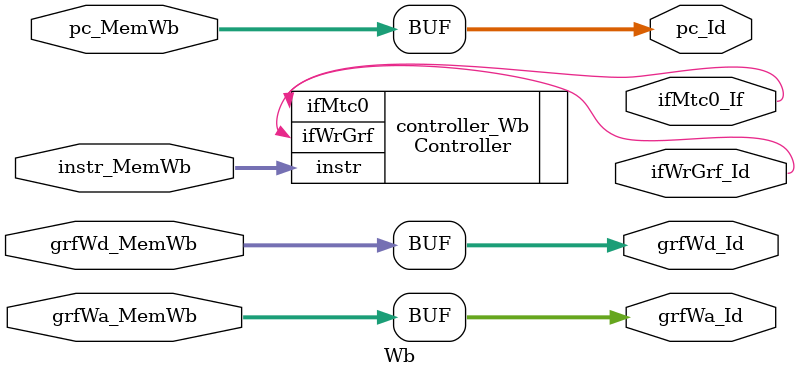
<source format=v>
`timescale 1ns / 1ps
module Wb(
	input [31:0]pc_MemWb,
	input [31:0]instr_MemWb,
	input [4:0]grfWa_MemWb,
	input [31:0]grfWd_MemWb,
	
	output [31:0]pc_Id,
	output [31:0]grfWd_Id,
	output [4:0]grfWa_Id,
	output ifWrGrf_Id,
	output ifMtc0_If
    );
	
	Controller controller_Wb(
		.instr(instr_MemWb),
		
		.ifWrGrf(ifWrGrf_Id),
		.ifMtc0(ifMtc0_If)
	);
	
	assign pc_Id 		= pc_MemWb;
	assign grfWa_Id	= grfWa_MemWb;
	assign grfWd_Id	= grfWd_MemWb;
	

endmodule

</source>
